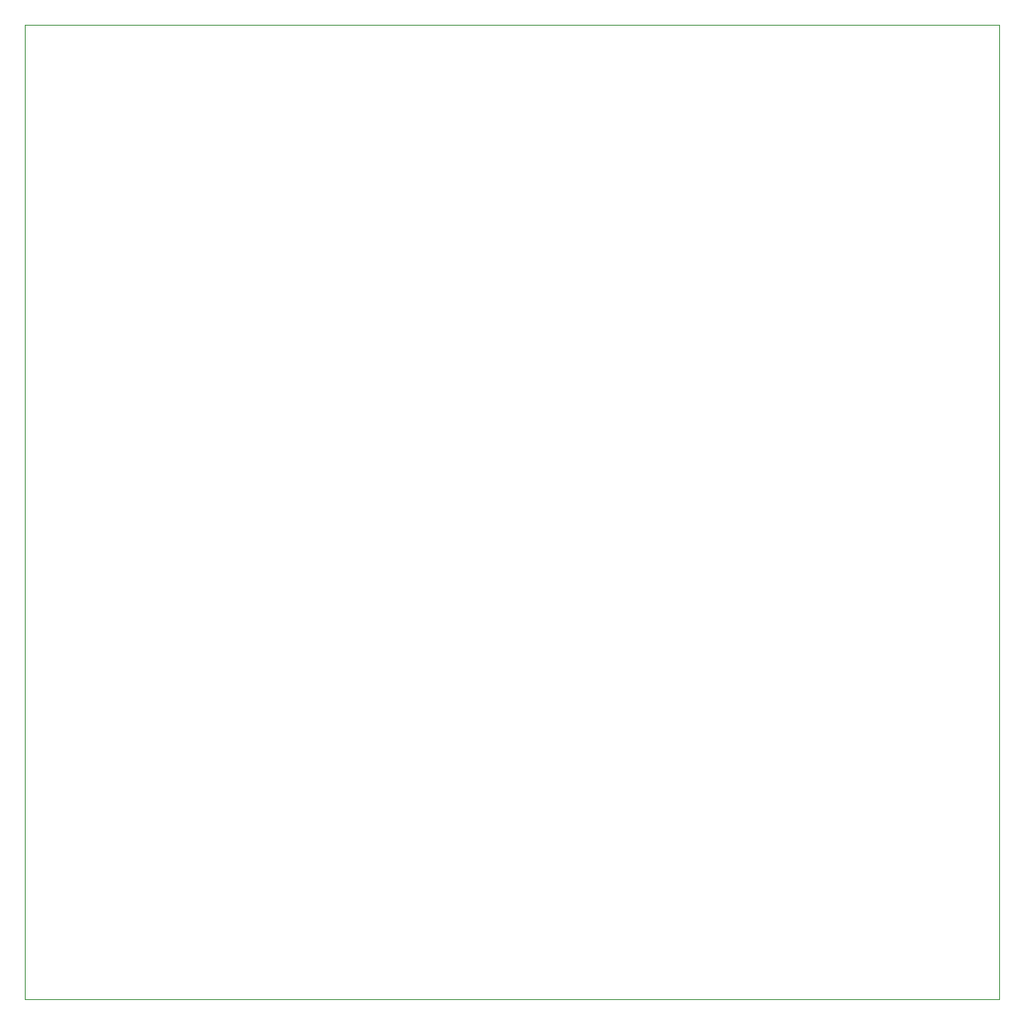
<source format=gm1>
%TF.GenerationSoftware,KiCad,Pcbnew,(6.99.0-1585-g9fcc641808)*%
%TF.CreationDate,2022-04-15T11:00:37+08:00*%
%TF.ProjectId,RaspberryPi,52617370-6265-4727-9279-50692e6b6963,rev?*%
%TF.SameCoordinates,Original*%
%TF.FileFunction,Profile,NP*%
%FSLAX46Y46*%
G04 Gerber Fmt 4.6, Leading zero omitted, Abs format (unit mm)*
G04 Created by KiCad (PCBNEW (6.99.0-1585-g9fcc641808)) date 2022-04-15 11:00:37*
%MOMM*%
%LPD*%
G01*
G04 APERTURE LIST*
%TA.AperFunction,Profile*%
%ADD10C,0.100000*%
%TD*%
G04 APERTURE END LIST*
D10*
X81300000Y-49450000D02*
X181020000Y-49450000D01*
X181020000Y-49450000D02*
X181020000Y-149180000D01*
X181020000Y-149180000D02*
X81300000Y-149180000D01*
X81300000Y-149180000D02*
X81300000Y-49450000D01*
M02*

</source>
